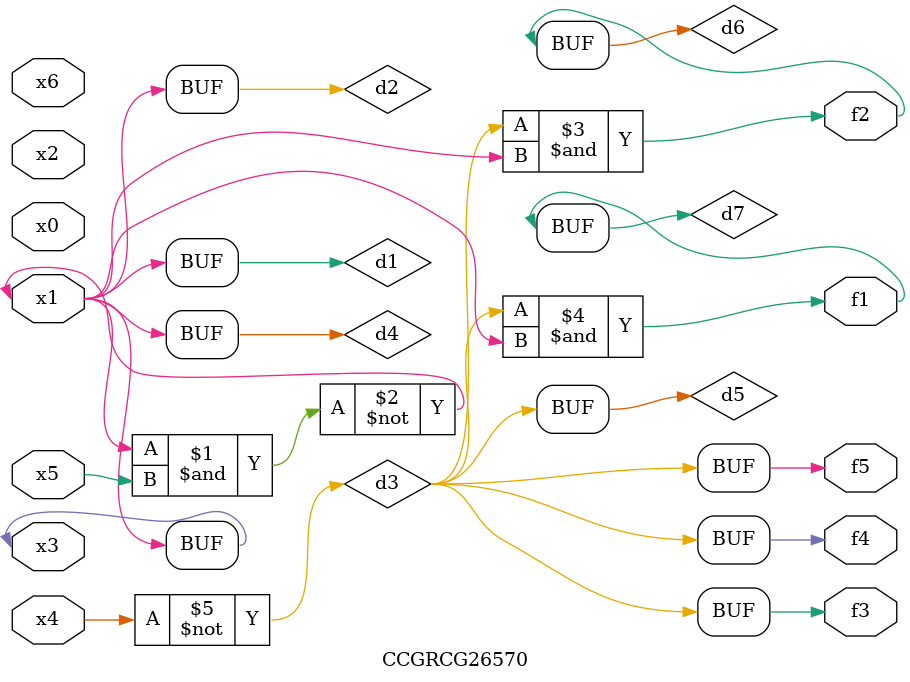
<source format=v>
module CCGRCG26570(
	input x0, x1, x2, x3, x4, x5, x6,
	output f1, f2, f3, f4, f5
);

	wire d1, d2, d3, d4, d5, d6, d7;

	buf (d1, x1, x3);
	nand (d2, x1, x5);
	not (d3, x4);
	buf (d4, d1, d2);
	buf (d5, d3);
	and (d6, d3, d4);
	and (d7, d3, d4);
	assign f1 = d7;
	assign f2 = d6;
	assign f3 = d5;
	assign f4 = d5;
	assign f5 = d5;
endmodule

</source>
